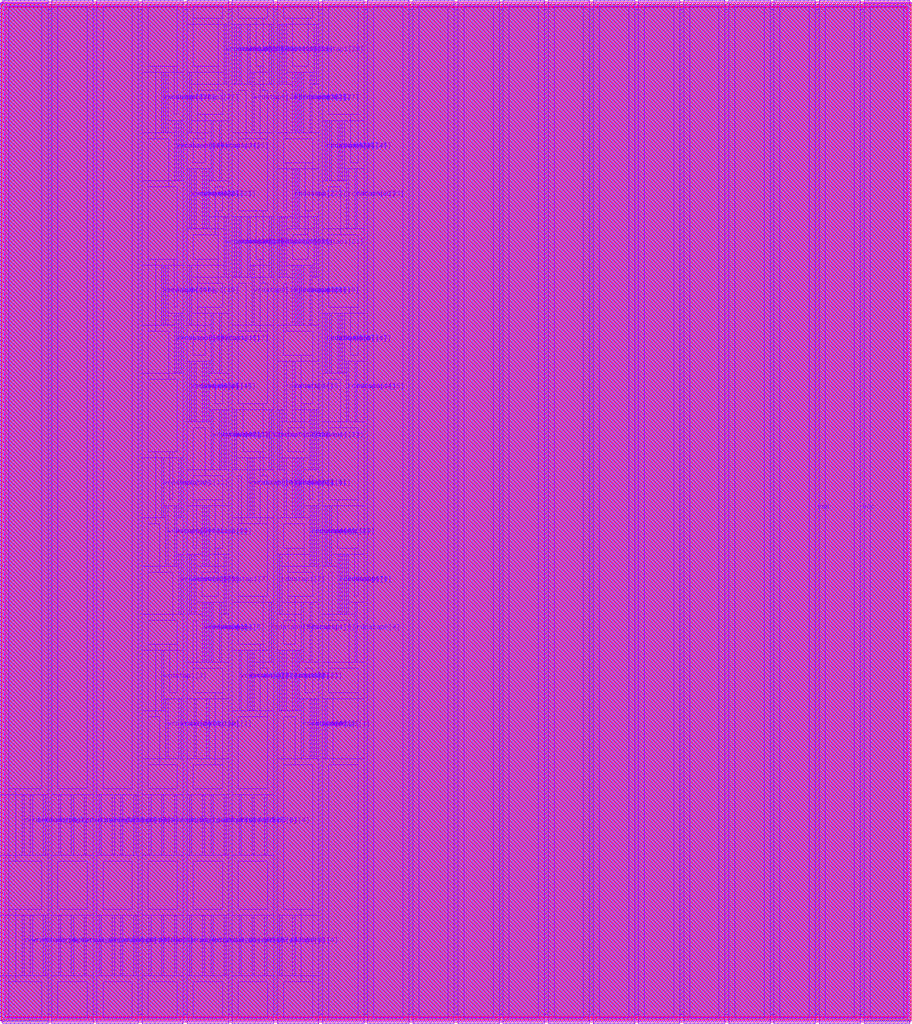
<source format=lef>
VERSION 5.8 ;
BUSBITCHARS "[]" ;
DIVIDERCHAR "/" ;

UNITS
  DATABASE MICRONS 4000 ;
END UNITS

PROPERTYDEFINITIONS
  MACRO hpml_layer STRING ;
  MACRO heml_layer STRING ;
END PROPERTYDEFINITIONS

MACRO arf028b032e2r2w0cbbehraa4acw
  CLASS BLOCK ;
  FOREIGN arf028b032e2r2w0cbbehraa4acw ;
  ORIGIN 0 0 ;
  SIZE 18 BY 20.16 ;
  PIN ckrdp0
    DIRECTION INPUT ;
    USE SIGNAL ;
    PORT
      LAYER m7 ;
        RECT 0.344 3.24 0.388 4.44 ;
    END
  END ckrdp0
  PIN ckrdp1
    DIRECTION INPUT ;
    USE SIGNAL ;
    PORT
      LAYER m7 ;
        RECT 2.872 3.24 2.916 4.44 ;
    END
  END ckrdp1
  PIN ckwrp0
    DIRECTION INPUT ;
    USE SIGNAL ;
    PORT
      LAYER m7 ;
        RECT 0.344 0.84 0.388 2.04 ;
    END
  END ckwrp0
  PIN ckwrp1
    DIRECTION INPUT ;
    USE SIGNAL ;
    PORT
      LAYER m7 ;
        RECT 3.128 0.84 3.172 2.04 ;
    END
  END ckwrp1
  PIN rdaddrp0[0]
    DIRECTION INPUT ;
    USE SIGNAL ;
    PORT
      LAYER m7 ;
        RECT 1.584 3.24 1.628 4.44 ;
    END
  END rdaddrp0[0]
  PIN rdaddrp0[1]
    DIRECTION INPUT ;
    USE SIGNAL ;
    PORT
      LAYER m7 ;
        RECT 1.884 3.24 1.928 4.44 ;
    END
  END rdaddrp0[1]
  PIN rdaddrp0[2]
    DIRECTION INPUT ;
    USE SIGNAL ;
    PORT
      LAYER m7 ;
        RECT 2.144 3.24 2.188 4.44 ;
    END
  END rdaddrp0[2]
  PIN rdaddrp0[3]
    DIRECTION INPUT ;
    USE SIGNAL ;
    PORT
      LAYER m7 ;
        RECT 2.312 3.24 2.356 4.44 ;
    END
  END rdaddrp0[3]
  PIN rdaddrp0[4]
    DIRECTION INPUT ;
    USE SIGNAL ;
    PORT
      LAYER m7 ;
        RECT 2.572 3.24 2.616 4.44 ;
    END
  END rdaddrp0[4]
  PIN rdaddrp0_fd
    DIRECTION INPUT ;
    USE SIGNAL ;
    PORT
      LAYER m7 ;
        RECT 0.512 3.24 0.556 4.44 ;
    END
  END rdaddrp0_fd
  PIN rdaddrp0_rd
    DIRECTION INPUT ;
    USE SIGNAL ;
    PORT
      LAYER m7 ;
        RECT 0.772 3.24 0.816 4.44 ;
    END
  END rdaddrp0_rd
  PIN rdaddrp1[0]
    DIRECTION INPUT ;
    USE SIGNAL ;
    PORT
      LAYER m7 ;
        RECT 4.112 3.24 4.156 4.44 ;
    END
  END rdaddrp1[0]
  PIN rdaddrp1[1]
    DIRECTION INPUT ;
    USE SIGNAL ;
    PORT
      LAYER m7 ;
        RECT 4.372 3.24 4.416 4.44 ;
    END
  END rdaddrp1[1]
  PIN rdaddrp1[2]
    DIRECTION INPUT ;
    USE SIGNAL ;
    PORT
      LAYER m7 ;
        RECT 4.672 3.24 4.716 4.44 ;
    END
  END rdaddrp1[2]
  PIN rdaddrp1[3]
    DIRECTION INPUT ;
    USE SIGNAL ;
    PORT
      LAYER m7 ;
        RECT 4.928 3.24 4.972 4.44 ;
    END
  END rdaddrp1[3]
  PIN rdaddrp1[4]
    DIRECTION INPUT ;
    USE SIGNAL ;
    PORT
      LAYER m7 ;
        RECT 5.184 3.24 5.228 4.44 ;
    END
  END rdaddrp1[4]
  PIN rdaddrp1_fd
    DIRECTION INPUT ;
    USE SIGNAL ;
    PORT
      LAYER m7 ;
        RECT 3.128 3.24 3.172 4.44 ;
    END
  END rdaddrp1_fd
  PIN rdaddrp1_rd
    DIRECTION INPUT ;
    USE SIGNAL ;
    PORT
      LAYER m7 ;
        RECT 3.384 3.24 3.428 4.44 ;
    END
  END rdaddrp1_rd
  PIN rdenp0
    DIRECTION INPUT ;
    USE SIGNAL ;
    PORT
      LAYER m7 ;
        RECT 1.072 3.24 1.116 4.44 ;
    END
  END rdenp0
  PIN rdenp1
    DIRECTION INPUT ;
    USE SIGNAL ;
    PORT
      LAYER m7 ;
        RECT 3.684 3.24 3.728 4.44 ;
    END
  END rdenp1
  PIN sdl_initp0
    DIRECTION INPUT ;
    USE SIGNAL ;
    PORT
      LAYER m7 ;
        RECT 1.328 3.24 1.372 4.44 ;
    END
  END sdl_initp0
  PIN sdl_initp1
    DIRECTION INPUT ;
    USE SIGNAL ;
    PORT
      LAYER m7 ;
        RECT 3.944 3.24 3.988 4.44 ;
    END
  END sdl_initp1
  PIN wraddrp0[0]
    DIRECTION INPUT ;
    USE SIGNAL ;
    PORT
      LAYER m7 ;
        RECT 1.884 0.84 1.928 2.04 ;
    END
  END wraddrp0[0]
  PIN wraddrp0[1]
    DIRECTION INPUT ;
    USE SIGNAL ;
    PORT
      LAYER m7 ;
        RECT 2.144 0.84 2.188 2.04 ;
    END
  END wraddrp0[1]
  PIN wraddrp0[2]
    DIRECTION INPUT ;
    USE SIGNAL ;
    PORT
      LAYER m7 ;
        RECT 2.312 0.84 2.356 2.04 ;
    END
  END wraddrp0[2]
  PIN wraddrp0[3]
    DIRECTION INPUT ;
    USE SIGNAL ;
    PORT
      LAYER m7 ;
        RECT 2.572 0.84 2.616 2.04 ;
    END
  END wraddrp0[3]
  PIN wraddrp0[4]
    DIRECTION INPUT ;
    USE SIGNAL ;
    PORT
      LAYER m7 ;
        RECT 2.872 0.84 2.916 2.04 ;
    END
  END wraddrp0[4]
  PIN wraddrp0_fd
    DIRECTION INPUT ;
    USE SIGNAL ;
    PORT
      LAYER m7 ;
        RECT 0.512 0.84 0.556 2.04 ;
    END
  END wraddrp0_fd
  PIN wraddrp0_rd
    DIRECTION INPUT ;
    USE SIGNAL ;
    PORT
      LAYER m7 ;
        RECT 0.772 0.84 0.816 2.04 ;
    END
  END wraddrp0_rd
  PIN wraddrp1[0]
    DIRECTION INPUT ;
    USE SIGNAL ;
    PORT
      LAYER m7 ;
        RECT 4.672 0.84 4.716 2.04 ;
    END
  END wraddrp1[0]
  PIN wraddrp1[1]
    DIRECTION INPUT ;
    USE SIGNAL ;
    PORT
      LAYER m7 ;
        RECT 4.928 0.84 4.972 2.04 ;
    END
  END wraddrp1[1]
  PIN wraddrp1[2]
    DIRECTION INPUT ;
    USE SIGNAL ;
    PORT
      LAYER m7 ;
        RECT 5.184 0.84 5.228 2.04 ;
    END
  END wraddrp1[2]
  PIN wraddrp1[3]
    DIRECTION INPUT ;
    USE SIGNAL ;
    PORT
      LAYER m7 ;
        RECT 5.484 0.84 5.528 2.04 ;
    END
  END wraddrp1[3]
  PIN wraddrp1[4]
    DIRECTION INPUT ;
    USE SIGNAL ;
    PORT
      LAYER m7 ;
        RECT 5.744 0.84 5.788 2.04 ;
    END
  END wraddrp1[4]
  PIN wraddrp1_fd
    DIRECTION INPUT ;
    USE SIGNAL ;
    PORT
      LAYER m7 ;
        RECT 3.384 0.84 3.428 2.04 ;
    END
  END wraddrp1_fd
  PIN wraddrp1_rd
    DIRECTION INPUT ;
    USE SIGNAL ;
    PORT
      LAYER m7 ;
        RECT 3.684 0.84 3.728 2.04 ;
    END
  END wraddrp1_rd
  PIN wrdatap0[0]
    DIRECTION INPUT ;
    USE SIGNAL ;
    PORT
      LAYER m7 ;
        RECT 3.212 5.16 3.256 6.36 ;
    END
  END wrdatap0[0]
  PIN wrdatap0[10]
    DIRECTION INPUT ;
    USE SIGNAL ;
    PORT
      LAYER m7 ;
        RECT 4.844 9.96 4.888 11.16 ;
    END
  END wrdatap0[10]
  PIN wrdatap0[11]
    DIRECTION INPUT ;
    USE SIGNAL ;
    PORT
      LAYER m7 ;
        RECT 4.928 9.96 4.972 11.16 ;
    END
  END wrdatap0[11]
  PIN wrdatap0[12]
    DIRECTION INPUT ;
    USE SIGNAL ;
    PORT
      LAYER m7 ;
        RECT 4.112 10.92 4.156 12.12 ;
    END
  END wrdatap0[12]
  PIN wrdatap0[13]
    DIRECTION INPUT ;
    USE SIGNAL ;
    PORT
      LAYER m7 ;
        RECT 4.284 10.92 4.328 12.12 ;
    END
  END wrdatap0[13]
  PIN wrdatap0[14]
    DIRECTION INPUT ;
    USE SIGNAL ;
    PORT
      LAYER m7 ;
        RECT 3.684 11.88 3.728 13.08 ;
    END
  END wrdatap0[14]
  PIN wrdatap0[15]
    DIRECTION INPUT ;
    USE SIGNAL ;
    PORT
      LAYER m7 ;
        RECT 3.772 11.88 3.816 13.08 ;
    END
  END wrdatap0[15]
  PIN wrdatap0[16]
    DIRECTION INPUT ;
    USE SIGNAL ;
    PORT
      LAYER m7 ;
        RECT 3.384 12.84 3.428 14.04 ;
    END
  END wrdatap0[16]
  PIN wrdatap0[17]
    DIRECTION INPUT ;
    USE SIGNAL ;
    PORT
      LAYER m7 ;
        RECT 3.472 12.84 3.516 14.04 ;
    END
  END wrdatap0[17]
  PIN wrdatap0[18]
    DIRECTION INPUT ;
    USE SIGNAL ;
    PORT
      LAYER m7 ;
        RECT 4.928 13.8 4.972 15 ;
    END
  END wrdatap0[18]
  PIN wrdatap0[19]
    DIRECTION INPUT ;
    USE SIGNAL ;
    PORT
      LAYER m7 ;
        RECT 3.128 13.8 3.172 15 ;
    END
  END wrdatap0[19]
  PIN wrdatap0[1]
    DIRECTION INPUT ;
    USE SIGNAL ;
    PORT
      LAYER m7 ;
        RECT 3.472 5.16 3.516 6.36 ;
    END
  END wrdatap0[1]
  PIN wrdatap0[20]
    DIRECTION INPUT ;
    USE SIGNAL ;
    PORT
      LAYER m7 ;
        RECT 4.372 14.76 4.416 15.96 ;
    END
  END wrdatap0[20]
  PIN wrdatap0[21]
    DIRECTION INPUT ;
    USE SIGNAL ;
    PORT
      LAYER m7 ;
        RECT 4.584 14.76 4.628 15.96 ;
    END
  END wrdatap0[21]
  PIN wrdatap0[22]
    DIRECTION INPUT ;
    USE SIGNAL ;
    PORT
      LAYER m7 ;
        RECT 3.684 15.72 3.728 16.92 ;
    END
  END wrdatap0[22]
  PIN wrdatap0[23]
    DIRECTION INPUT ;
    USE SIGNAL ;
    PORT
      LAYER m7 ;
        RECT 3.772 15.72 3.816 16.92 ;
    END
  END wrdatap0[23]
  PIN wrdatap0[24]
    DIRECTION INPUT ;
    USE SIGNAL ;
    PORT
      LAYER m7 ;
        RECT 3.384 16.68 3.428 17.88 ;
    END
  END wrdatap0[24]
  PIN wrdatap0[25]
    DIRECTION INPUT ;
    USE SIGNAL ;
    PORT
      LAYER m7 ;
        RECT 3.472 16.68 3.516 17.88 ;
    END
  END wrdatap0[25]
  PIN wrdatap0[26]
    DIRECTION INPUT ;
    USE SIGNAL ;
    PORT
      LAYER m7 ;
        RECT 4.928 17.64 4.972 18.84 ;
    END
  END wrdatap0[26]
  PIN wrdatap0[27]
    DIRECTION INPUT ;
    USE SIGNAL ;
    PORT
      LAYER m7 ;
        RECT 3.128 17.64 3.172 18.84 ;
    END
  END wrdatap0[27]
  PIN wrdatap0[28]
    DIRECTION INPUT ;
    USE SIGNAL ;
    PORT
      LAYER m7 ;
        RECT 4.372 18.6 4.416 19.8 ;
    END
  END wrdatap0[28]
  PIN wrdatap0[29]
    DIRECTION INPUT ;
    USE SIGNAL ;
    PORT
      LAYER m7 ;
        RECT 4.584 18.6 4.628 19.8 ;
    END
  END wrdatap0[29]
  PIN wrdatap0[2]
    DIRECTION INPUT ;
    USE SIGNAL ;
    PORT
      LAYER m7 ;
        RECT 4.672 6.12 4.716 7.32 ;
    END
  END wrdatap0[2]
  PIN wrdatap0[3]
    DIRECTION INPUT ;
    USE SIGNAL ;
    PORT
      LAYER m7 ;
        RECT 4.844 6.12 4.888 7.32 ;
    END
  END wrdatap0[3]
  PIN wrdatap0[4]
    DIRECTION INPUT ;
    USE SIGNAL ;
    PORT
      LAYER m7 ;
        RECT 3.944 7.08 3.988 8.28 ;
    END
  END wrdatap0[4]
  PIN wrdatap0[5]
    DIRECTION INPUT ;
    USE SIGNAL ;
    PORT
      LAYER m7 ;
        RECT 4.028 7.08 4.072 8.28 ;
    END
  END wrdatap0[5]
  PIN wrdatap0[6]
    DIRECTION INPUT ;
    USE SIGNAL ;
    PORT
      LAYER m7 ;
        RECT 3.472 8.04 3.516 9.24 ;
    END
  END wrdatap0[6]
  PIN wrdatap0[7]
    DIRECTION INPUT ;
    USE SIGNAL ;
    PORT
      LAYER m7 ;
        RECT 3.684 8.04 3.728 9.24 ;
    END
  END wrdatap0[7]
  PIN wrdatap0[8]
    DIRECTION INPUT ;
    USE SIGNAL ;
    PORT
      LAYER m7 ;
        RECT 3.212 9 3.256 10.2 ;
    END
  END wrdatap0[8]
  PIN wrdatap0[9]
    DIRECTION INPUT ;
    USE SIGNAL ;
    PORT
      LAYER m7 ;
        RECT 3.384 9 3.428 10.2 ;
    END
  END wrdatap0[9]
  PIN wrdatap0_fd
    DIRECTION INPUT ;
    USE SIGNAL ;
    PORT
      LAYER m7 ;
        RECT 1.328 0.84 1.372 2.04 ;
    END
  END wrdatap0_fd
  PIN wrdatap0_rd
    DIRECTION INPUT ;
    USE SIGNAL ;
    PORT
      LAYER m7 ;
        RECT 1.584 0.84 1.628 2.04 ;
    END
  END wrdatap0_rd
  PIN wrdatap1[0]
    DIRECTION INPUT ;
    USE SIGNAL ;
    PORT
      LAYER m7 ;
        RECT 3.772 5.16 3.816 6.36 ;
    END
  END wrdatap1[0]
  PIN wrdatap1[10]
    DIRECTION INPUT ;
    USE SIGNAL ;
    PORT
      LAYER m7 ;
        RECT 3.128 9.96 3.172 11.16 ;
    END
  END wrdatap1[10]
  PIN wrdatap1[11]
    DIRECTION INPUT ;
    USE SIGNAL ;
    PORT
      LAYER m7 ;
        RECT 3.472 9.96 3.516 11.16 ;
    END
  END wrdatap1[11]
  PIN wrdatap1[12]
    DIRECTION INPUT ;
    USE SIGNAL ;
    PORT
      LAYER m7 ;
        RECT 4.372 10.92 4.416 12.12 ;
    END
  END wrdatap1[12]
  PIN wrdatap1[13]
    DIRECTION INPUT ;
    USE SIGNAL ;
    PORT
      LAYER m7 ;
        RECT 4.584 10.92 4.628 12.12 ;
    END
  END wrdatap1[13]
  PIN wrdatap1[14]
    DIRECTION INPUT ;
    USE SIGNAL ;
    PORT
      LAYER m7 ;
        RECT 3.944 11.88 3.988 13.08 ;
    END
  END wrdatap1[14]
  PIN wrdatap1[15]
    DIRECTION INPUT ;
    USE SIGNAL ;
    PORT
      LAYER m7 ;
        RECT 4.028 11.88 4.072 13.08 ;
    END
  END wrdatap1[15]
  PIN wrdatap1[16]
    DIRECTION INPUT ;
    USE SIGNAL ;
    PORT
      LAYER m7 ;
        RECT 4.112 12.84 4.156 14.04 ;
    END
  END wrdatap1[16]
  PIN wrdatap1[17]
    DIRECTION INPUT ;
    USE SIGNAL ;
    PORT
      LAYER m7 ;
        RECT 4.284 12.84 4.328 14.04 ;
    END
  END wrdatap1[17]
  PIN wrdatap1[18]
    DIRECTION INPUT ;
    USE SIGNAL ;
    PORT
      LAYER m7 ;
        RECT 3.212 13.8 3.256 15 ;
    END
  END wrdatap1[18]
  PIN wrdatap1[19]
    DIRECTION INPUT ;
    USE SIGNAL ;
    PORT
      LAYER m7 ;
        RECT 3.684 13.8 3.728 15 ;
    END
  END wrdatap1[19]
  PIN wrdatap1[1]
    DIRECTION INPUT ;
    USE SIGNAL ;
    PORT
      LAYER m7 ;
        RECT 4.028 5.16 4.072 6.36 ;
    END
  END wrdatap1[1]
  PIN wrdatap1[20]
    DIRECTION INPUT ;
    USE SIGNAL ;
    PORT
      LAYER m7 ;
        RECT 4.672 14.76 4.716 15.96 ;
    END
  END wrdatap1[20]
  PIN wrdatap1[21]
    DIRECTION INPUT ;
    USE SIGNAL ;
    PORT
      LAYER m7 ;
        RECT 4.844 14.76 4.888 15.96 ;
    END
  END wrdatap1[21]
  PIN wrdatap1[22]
    DIRECTION INPUT ;
    USE SIGNAL ;
    PORT
      LAYER m7 ;
        RECT 3.944 15.72 3.988 16.92 ;
    END
  END wrdatap1[22]
  PIN wrdatap1[23]
    DIRECTION INPUT ;
    USE SIGNAL ;
    PORT
      LAYER m7 ;
        RECT 4.028 15.72 4.072 16.92 ;
    END
  END wrdatap1[23]
  PIN wrdatap1[24]
    DIRECTION INPUT ;
    USE SIGNAL ;
    PORT
      LAYER m7 ;
        RECT 4.112 16.68 4.156 17.88 ;
    END
  END wrdatap1[24]
  PIN wrdatap1[25]
    DIRECTION INPUT ;
    USE SIGNAL ;
    PORT
      LAYER m7 ;
        RECT 4.284 16.68 4.328 17.88 ;
    END
  END wrdatap1[25]
  PIN wrdatap1[26]
    DIRECTION INPUT ;
    USE SIGNAL ;
    PORT
      LAYER m7 ;
        RECT 3.212 17.64 3.256 18.84 ;
    END
  END wrdatap1[26]
  PIN wrdatap1[27]
    DIRECTION INPUT ;
    USE SIGNAL ;
    PORT
      LAYER m7 ;
        RECT 3.684 17.64 3.728 18.84 ;
    END
  END wrdatap1[27]
  PIN wrdatap1[28]
    DIRECTION INPUT ;
    USE SIGNAL ;
    PORT
      LAYER m7 ;
        RECT 4.672 18.6 4.716 19.8 ;
    END
  END wrdatap1[28]
  PIN wrdatap1[29]
    DIRECTION INPUT ;
    USE SIGNAL ;
    PORT
      LAYER m7 ;
        RECT 4.844 18.6 4.888 19.8 ;
    END
  END wrdatap1[29]
  PIN wrdatap1[2]
    DIRECTION INPUT ;
    USE SIGNAL ;
    PORT
      LAYER m7 ;
        RECT 4.928 6.12 4.972 7.32 ;
    END
  END wrdatap1[2]
  PIN wrdatap1[3]
    DIRECTION INPUT ;
    USE SIGNAL ;
    PORT
      LAYER m7 ;
        RECT 3.128 6.12 3.172 7.32 ;
    END
  END wrdatap1[3]
  PIN wrdatap1[4]
    DIRECTION INPUT ;
    USE SIGNAL ;
    PORT
      LAYER m7 ;
        RECT 4.112 7.08 4.156 8.28 ;
    END
  END wrdatap1[4]
  PIN wrdatap1[5]
    DIRECTION INPUT ;
    USE SIGNAL ;
    PORT
      LAYER m7 ;
        RECT 4.284 7.08 4.328 8.28 ;
    END
  END wrdatap1[5]
  PIN wrdatap1[6]
    DIRECTION INPUT ;
    USE SIGNAL ;
    PORT
      LAYER m7 ;
        RECT 3.772 8.04 3.816 9.24 ;
    END
  END wrdatap1[6]
  PIN wrdatap1[7]
    DIRECTION INPUT ;
    USE SIGNAL ;
    PORT
      LAYER m7 ;
        RECT 4.372 8.04 4.416 9.24 ;
    END
  END wrdatap1[7]
  PIN wrdatap1[8]
    DIRECTION INPUT ;
    USE SIGNAL ;
    PORT
      LAYER m7 ;
        RECT 3.944 9 3.988 10.2 ;
    END
  END wrdatap1[8]
  PIN wrdatap1[9]
    DIRECTION INPUT ;
    USE SIGNAL ;
    PORT
      LAYER m7 ;
        RECT 4.028 9 4.072 10.2 ;
    END
  END wrdatap1[9]
  PIN wrdatap1_fd
    DIRECTION INPUT ;
    USE SIGNAL ;
    PORT
      LAYER m7 ;
        RECT 4.112 0.84 4.156 2.04 ;
    END
  END wrdatap1_fd
  PIN wrdatap1_rd
    DIRECTION INPUT ;
    USE SIGNAL ;
    PORT
      LAYER m7 ;
        RECT 4.372 0.84 4.416 2.04 ;
    END
  END wrdatap1_rd
  PIN wrenp0
    DIRECTION INPUT ;
    USE SIGNAL ;
    PORT
      LAYER m7 ;
        RECT 1.072 0.84 1.116 2.04 ;
    END
  END wrenp0
  PIN wrenp1
    DIRECTION INPUT ;
    USE SIGNAL ;
    PORT
      LAYER m7 ;
        RECT 3.944 0.84 3.988 2.04 ;
    END
  END wrenp1
  PIN rddatap0[0]
    DIRECTION OUTPUT ;
    USE SIGNAL ;
    PORT
      LAYER m7 ;
        RECT 5.912 5.16 5.956 6.36 ;
    END
  END rddatap0[0]
  PIN rddatap0[10]
    DIRECTION OUTPUT ;
    USE SIGNAL ;
    PORT
      LAYER m7 ;
        RECT 5.572 9.96 5.616 11.16 ;
    END
  END rddatap0[10]
  PIN rddatap0[11]
    DIRECTION OUTPUT ;
    USE SIGNAL ;
    PORT
      LAYER m7 ;
        RECT 5.744 9.96 5.788 11.16 ;
    END
  END rddatap0[11]
  PIN rddatap0[12]
    DIRECTION OUTPUT ;
    USE SIGNAL ;
    PORT
      LAYER m7 ;
        RECT 5.272 10.92 5.316 12.12 ;
    END
  END rddatap0[12]
  PIN rddatap0[13]
    DIRECTION OUTPUT ;
    USE SIGNAL ;
    PORT
      LAYER m7 ;
        RECT 5.484 10.92 5.528 12.12 ;
    END
  END rddatap0[13]
  PIN rddatap0[14]
    DIRECTION OUTPUT ;
    USE SIGNAL ;
    PORT
      LAYER m7 ;
        RECT 6.812 11.88 6.856 13.08 ;
    END
  END rddatap0[14]
  PIN rddatap0[15]
    DIRECTION OUTPUT ;
    USE SIGNAL ;
    PORT
      LAYER m7 ;
        RECT 6.984 11.88 7.028 13.08 ;
    END
  END rddatap0[15]
  PIN rddatap0[16]
    DIRECTION OUTPUT ;
    USE SIGNAL ;
    PORT
      LAYER m7 ;
        RECT 6.384 12.84 6.428 14.04 ;
    END
  END rddatap0[16]
  PIN rddatap0[17]
    DIRECTION OUTPUT ;
    USE SIGNAL ;
    PORT
      LAYER m7 ;
        RECT 6.472 12.84 6.516 14.04 ;
    END
  END rddatap0[17]
  PIN rddatap0[18]
    DIRECTION OUTPUT ;
    USE SIGNAL ;
    PORT
      LAYER m7 ;
        RECT 5.744 13.8 5.788 15 ;
    END
  END rddatap0[18]
  PIN rddatap0[19]
    DIRECTION OUTPUT ;
    USE SIGNAL ;
    PORT
      LAYER m7 ;
        RECT 5.828 13.8 5.872 15 ;
    END
  END rddatap0[19]
  PIN rddatap0[1]
    DIRECTION OUTPUT ;
    USE SIGNAL ;
    PORT
      LAYER m7 ;
        RECT 6.084 5.16 6.128 6.36 ;
    END
  END rddatap0[1]
  PIN rddatap0[20]
    DIRECTION OUTPUT ;
    USE SIGNAL ;
    PORT
      LAYER m7 ;
        RECT 5.272 14.76 5.316 15.96 ;
    END
  END rddatap0[20]
  PIN rddatap0[21]
    DIRECTION OUTPUT ;
    USE SIGNAL ;
    PORT
      LAYER m7 ;
        RECT 5.484 14.76 5.528 15.96 ;
    END
  END rddatap0[21]
  PIN rddatap0[22]
    DIRECTION OUTPUT ;
    USE SIGNAL ;
    PORT
      LAYER m7 ;
        RECT 6.812 15.72 6.856 16.92 ;
    END
  END rddatap0[22]
  PIN rddatap0[23]
    DIRECTION OUTPUT ;
    USE SIGNAL ;
    PORT
      LAYER m7 ;
        RECT 6.984 15.72 7.028 16.92 ;
    END
  END rddatap0[23]
  PIN rddatap0[24]
    DIRECTION OUTPUT ;
    USE SIGNAL ;
    PORT
      LAYER m7 ;
        RECT 6.384 16.68 6.428 17.88 ;
    END
  END rddatap0[24]
  PIN rddatap0[25]
    DIRECTION OUTPUT ;
    USE SIGNAL ;
    PORT
      LAYER m7 ;
        RECT 6.472 16.68 6.516 17.88 ;
    END
  END rddatap0[25]
  PIN rddatap0[26]
    DIRECTION OUTPUT ;
    USE SIGNAL ;
    PORT
      LAYER m7 ;
        RECT 5.744 17.64 5.788 18.84 ;
    END
  END rddatap0[26]
  PIN rddatap0[27]
    DIRECTION OUTPUT ;
    USE SIGNAL ;
    PORT
      LAYER m7 ;
        RECT 5.828 17.64 5.872 18.84 ;
    END
  END rddatap0[27]
  PIN rddatap0[28]
    DIRECTION OUTPUT ;
    USE SIGNAL ;
    PORT
      LAYER m7 ;
        RECT 5.272 18.6 5.316 19.8 ;
    END
  END rddatap0[28]
  PIN rddatap0[29]
    DIRECTION OUTPUT ;
    USE SIGNAL ;
    PORT
      LAYER m7 ;
        RECT 5.484 18.6 5.528 19.8 ;
    END
  END rddatap0[29]
  PIN rddatap0[2]
    DIRECTION OUTPUT ;
    USE SIGNAL ;
    PORT
      LAYER m7 ;
        RECT 5.484 6.12 5.528 7.32 ;
    END
  END rddatap0[2]
  PIN rddatap0[3]
    DIRECTION OUTPUT ;
    USE SIGNAL ;
    PORT
      LAYER m7 ;
        RECT 5.572 6.12 5.616 7.32 ;
    END
  END rddatap0[3]
  PIN rddatap0[4]
    DIRECTION OUTPUT ;
    USE SIGNAL ;
    PORT
      LAYER m7 ;
        RECT 6.984 7.08 7.028 8.28 ;
    END
  END rddatap0[4]
  PIN rddatap0[5]
    DIRECTION OUTPUT ;
    USE SIGNAL ;
    PORT
      LAYER m7 ;
        RECT 5.272 7.08 5.316 8.28 ;
    END
  END rddatap0[5]
  PIN rddatap0[6]
    DIRECTION OUTPUT ;
    USE SIGNAL ;
    PORT
      LAYER m7 ;
        RECT 6.644 8.04 6.688 9.24 ;
    END
  END rddatap0[6]
  PIN rddatap0[7]
    DIRECTION OUTPUT ;
    USE SIGNAL ;
    PORT
      LAYER m7 ;
        RECT 6.728 8.04 6.772 9.24 ;
    END
  END rddatap0[7]
  PIN rddatap0[8]
    DIRECTION OUTPUT ;
    USE SIGNAL ;
    PORT
      LAYER m7 ;
        RECT 6.084 9 6.128 10.2 ;
    END
  END rddatap0[8]
  PIN rddatap0[9]
    DIRECTION OUTPUT ;
    USE SIGNAL ;
    PORT
      LAYER m7 ;
        RECT 6.172 9 6.216 10.2 ;
    END
  END rddatap0[9]
  PIN rddatap1[0]
    DIRECTION OUTPUT ;
    USE SIGNAL ;
    PORT
      LAYER m7 ;
        RECT 6.172 5.16 6.216 6.36 ;
    END
  END rddatap1[0]
  PIN rddatap1[10]
    DIRECTION OUTPUT ;
    USE SIGNAL ;
    PORT
      LAYER m7 ;
        RECT 5.828 9.96 5.872 11.16 ;
    END
  END rddatap1[10]
  PIN rddatap1[11]
    DIRECTION OUTPUT ;
    USE SIGNAL ;
    PORT
      LAYER m7 ;
        RECT 5.912 9.96 5.956 11.16 ;
    END
  END rddatap1[11]
  PIN rddatap1[12]
    DIRECTION OUTPUT ;
    USE SIGNAL ;
    PORT
      LAYER m7 ;
        RECT 6.084 10.92 6.128 12.12 ;
    END
  END rddatap1[12]
  PIN rddatap1[13]
    DIRECTION OUTPUT ;
    USE SIGNAL ;
    PORT
      LAYER m7 ;
        RECT 6.172 10.92 6.216 12.12 ;
    END
  END rddatap1[13]
  PIN rddatap1[14]
    DIRECTION OUTPUT ;
    USE SIGNAL ;
    PORT
      LAYER m7 ;
        RECT 5.572 11.88 5.616 13.08 ;
    END
  END rddatap1[14]
  PIN rddatap1[15]
    DIRECTION OUTPUT ;
    USE SIGNAL ;
    PORT
      LAYER m7 ;
        RECT 5.744 11.88 5.788 13.08 ;
    END
  END rddatap1[15]
  PIN rddatap1[16]
    DIRECTION OUTPUT ;
    USE SIGNAL ;
    PORT
      LAYER m7 ;
        RECT 6.644 12.84 6.688 14.04 ;
    END
  END rddatap1[16]
  PIN rddatap1[17]
    DIRECTION OUTPUT ;
    USE SIGNAL ;
    PORT
      LAYER m7 ;
        RECT 6.728 12.84 6.772 14.04 ;
    END
  END rddatap1[17]
  PIN rddatap1[18]
    DIRECTION OUTPUT ;
    USE SIGNAL ;
    PORT
      LAYER m7 ;
        RECT 5.912 13.8 5.956 15 ;
    END
  END rddatap1[18]
  PIN rddatap1[19]
    DIRECTION OUTPUT ;
    USE SIGNAL ;
    PORT
      LAYER m7 ;
        RECT 6.084 13.8 6.128 15 ;
    END
  END rddatap1[19]
  PIN rddatap1[1]
    DIRECTION OUTPUT ;
    USE SIGNAL ;
    PORT
      LAYER m7 ;
        RECT 6.384 5.16 6.428 6.36 ;
    END
  END rddatap1[1]
  PIN rddatap1[20]
    DIRECTION OUTPUT ;
    USE SIGNAL ;
    PORT
      LAYER m7 ;
        RECT 5.572 14.76 5.616 15.96 ;
    END
  END rddatap1[20]
  PIN rddatap1[21]
    DIRECTION OUTPUT ;
    USE SIGNAL ;
    PORT
      LAYER m7 ;
        RECT 6.172 14.76 6.216 15.96 ;
    END
  END rddatap1[21]
  PIN rddatap1[22]
    DIRECTION OUTPUT ;
    USE SIGNAL ;
    PORT
      LAYER m7 ;
        RECT 5.744 15.72 5.788 16.92 ;
    END
  END rddatap1[22]
  PIN rddatap1[23]
    DIRECTION OUTPUT ;
    USE SIGNAL ;
    PORT
      LAYER m7 ;
        RECT 5.828 15.72 5.872 16.92 ;
    END
  END rddatap1[23]
  PIN rddatap1[24]
    DIRECTION OUTPUT ;
    USE SIGNAL ;
    PORT
      LAYER m7 ;
        RECT 6.644 16.68 6.688 17.88 ;
    END
  END rddatap1[24]
  PIN rddatap1[25]
    DIRECTION OUTPUT ;
    USE SIGNAL ;
    PORT
      LAYER m7 ;
        RECT 6.728 16.68 6.772 17.88 ;
    END
  END rddatap1[25]
  PIN rddatap1[26]
    DIRECTION OUTPUT ;
    USE SIGNAL ;
    PORT
      LAYER m7 ;
        RECT 5.912 17.64 5.956 18.84 ;
    END
  END rddatap1[26]
  PIN rddatap1[27]
    DIRECTION OUTPUT ;
    USE SIGNAL ;
    PORT
      LAYER m7 ;
        RECT 6.084 17.64 6.128 18.84 ;
    END
  END rddatap1[27]
  PIN rddatap1[28]
    DIRECTION OUTPUT ;
    USE SIGNAL ;
    PORT
      LAYER m7 ;
        RECT 5.572 18.6 5.616 19.8 ;
    END
  END rddatap1[28]
  PIN rddatap1[29]
    DIRECTION OUTPUT ;
    USE SIGNAL ;
    PORT
      LAYER m7 ;
        RECT 6.172 18.6 6.216 19.8 ;
    END
  END rddatap1[29]
  PIN rddatap1[2]
    DIRECTION OUTPUT ;
    USE SIGNAL ;
    PORT
      LAYER m7 ;
        RECT 5.744 6.12 5.788 7.32 ;
    END
  END rddatap1[2]
  PIN rddatap1[3]
    DIRECTION OUTPUT ;
    USE SIGNAL ;
    PORT
      LAYER m7 ;
        RECT 5.828 6.12 5.872 7.32 ;
    END
  END rddatap1[3]
  PIN rddatap1[4]
    DIRECTION OUTPUT ;
    USE SIGNAL ;
    PORT
      LAYER m7 ;
        RECT 5.912 7.08 5.956 8.28 ;
    END
  END rddatap1[4]
  PIN rddatap1[5]
    DIRECTION OUTPUT ;
    USE SIGNAL ;
    PORT
      LAYER m7 ;
        RECT 6.084 7.08 6.128 8.28 ;
    END
  END rddatap1[5]
  PIN rddatap1[6]
    DIRECTION OUTPUT ;
    USE SIGNAL ;
    PORT
      LAYER m7 ;
        RECT 6.812 8.04 6.856 9.24 ;
    END
  END rddatap1[6]
  PIN rddatap1[7]
    DIRECTION OUTPUT ;
    USE SIGNAL ;
    PORT
      LAYER m7 ;
        RECT 5.484 8.04 5.528 9.24 ;
    END
  END rddatap1[7]
  PIN rddatap1[8]
    DIRECTION OUTPUT ;
    USE SIGNAL ;
    PORT
      LAYER m7 ;
        RECT 6.384 9 6.428 10.2 ;
    END
  END rddatap1[8]
  PIN rddatap1[9]
    DIRECTION OUTPUT ;
    USE SIGNAL ;
    PORT
      LAYER m7 ;
        RECT 6.472 9 6.516 10.2 ;
    END
  END rddatap1[9]
  PIN vcc
    DIRECTION INPUT ;
    USE POWER ;
    PORT
      LAYER m7 ;
        RECT 0.862 0.06 0.938 20.1 ;
        RECT 2.662 0.06 2.738 20.1 ;
        RECT 4.462 0.06 4.538 20.1 ;
        RECT 6.262 0.06 6.338 20.1 ;
        RECT 8.062 0.06 8.138 20.1 ;
        RECT 9.862 0.06 9.938 20.1 ;
        RECT 11.662 0.06 11.738 20.1 ;
        RECT 13.462 0.06 13.538 20.1 ;
        RECT 15.262 0.06 15.338 20.1 ;
        RECT 17.062 0.06 17.138 20.1 ;
    END
  END vcc
  PIN vss
    DIRECTION INOUT ;
    USE GROUND ;
    PORT
      LAYER m7 ;
        RECT 1.762 0.06 1.838 20.1 ;
        RECT 3.562 0.06 3.638 20.1 ;
        RECT 5.362 0.06 5.438 20.1 ;
        RECT 7.162 0.06 7.238 20.1 ;
        RECT 8.962 0.06 9.038 20.1 ;
        RECT 10.762 0.06 10.838 20.1 ;
        RECT 12.562 0.06 12.638 20.1 ;
        RECT 14.362 0.06 14.438 20.1 ;
        RECT 16.162 0.06 16.238 20.1 ;
    END
  END vss
  OBS
    LAYER m0 SPACING 0 ;
      RECT -0.016 -0.014 18.016 20.174 ;
    LAYER m1 SPACING 0 ;
      RECT -0.02 -0.02 18.02 20.18 ;
    LAYER m2 SPACING 0 ;
      RECT -0.0705 -0.038 18.0705 20.198 ;
    LAYER m3 SPACING 0 ;
      RECT -0.035 -0.07 18.035 20.23 ;
    LAYER m4 SPACING 0 ;
      RECT -0.07 -0.038 18.07 20.198 ;
    LAYER m5 SPACING 0 ;
      RECT -0.059 -0.09 18.059 20.25 ;
    LAYER m6 SPACING 0 ;
      RECT -0.09 -0.062 18.09 20.222 ;
    LAYER m7 SPACING 0 ;
      RECT 17.138 20.22 18.04 20.28 ;
      RECT 17.138 -0.06 18.092 20.22 ;
      RECT 17.138 -0.12 18.04 -0.06 ;
      RECT 16.238 -0.12 17.062 20.28 ;
      RECT 15.338 -0.12 16.162 20.28 ;
      RECT 14.438 -0.12 15.262 20.28 ;
      RECT 13.538 -0.12 14.362 20.28 ;
      RECT 12.638 -0.12 13.462 20.28 ;
      RECT 11.738 -0.12 12.562 20.28 ;
      RECT 10.838 -0.12 11.662 20.28 ;
      RECT 9.938 -0.12 10.762 20.28 ;
      RECT 9.038 -0.12 9.862 20.28 ;
      RECT 8.138 -0.12 8.962 20.28 ;
      RECT 7.238 -0.12 8.062 20.28 ;
      RECT 6.338 17.88 7.162 20.28 ;
      RECT 6.772 16.92 7.162 17.88 ;
      RECT 6.338 16.68 6.384 17.88 ;
      RECT 6.428 16.68 6.472 17.88 ;
      RECT 6.516 16.68 6.644 17.88 ;
      RECT 6.688 16.68 6.728 17.88 ;
      RECT 6.772 16.68 6.812 16.92 ;
      RECT 6.856 15.72 6.984 16.92 ;
      RECT 7.028 15.72 7.162 16.92 ;
      RECT 6.338 15.72 6.812 16.68 ;
      RECT 6.338 14.04 7.162 15.72 ;
      RECT 6.772 13.08 7.162 14.04 ;
      RECT 6.338 12.84 6.384 14.04 ;
      RECT 6.428 12.84 6.472 14.04 ;
      RECT 6.516 12.84 6.644 14.04 ;
      RECT 6.688 12.84 6.728 14.04 ;
      RECT 6.772 12.84 6.812 13.08 ;
      RECT 6.856 11.88 6.984 13.08 ;
      RECT 7.028 11.88 7.162 13.08 ;
      RECT 6.338 11.88 6.812 12.84 ;
      RECT 6.338 10.2 7.162 11.88 ;
      RECT 6.516 9.24 7.162 10.2 ;
      RECT 6.338 9 6.384 10.2 ;
      RECT 6.428 9 6.472 10.2 ;
      RECT 6.516 9 6.644 9.24 ;
      RECT 6.856 8.28 7.162 9.24 ;
      RECT 6.688 8.04 6.728 9.24 ;
      RECT 6.772 8.04 6.812 9.24 ;
      RECT 6.338 8.04 6.644 9 ;
      RECT 6.856 8.04 6.984 8.28 ;
      RECT 7.028 7.08 7.162 8.28 ;
      RECT 6.338 7.08 6.984 8.04 ;
      RECT 6.338 6.36 7.162 7.08 ;
      RECT 6.338 5.16 6.384 6.36 ;
      RECT 6.428 5.16 7.162 6.36 ;
      RECT 6.338 -0.12 7.162 5.16 ;
      RECT 5.438 19.8 6.262 20.28 ;
      RECT 5.616 18.84 6.172 19.8 ;
      RECT 5.438 18.6 5.484 19.8 ;
      RECT 5.528 18.6 5.572 19.8 ;
      RECT 6.216 18.6 6.262 19.8 ;
      RECT 5.616 18.6 5.744 18.84 ;
      RECT 6.128 18.6 6.172 18.84 ;
      RECT 5.788 17.64 5.828 18.84 ;
      RECT 5.872 17.64 5.912 18.84 ;
      RECT 5.956 17.64 6.084 18.84 ;
      RECT 5.438 17.64 5.744 18.6 ;
      RECT 6.128 17.64 6.262 18.6 ;
      RECT 5.438 16.92 6.262 17.64 ;
      RECT 5.438 15.96 5.744 16.92 ;
      RECT 5.872 15.96 6.262 16.92 ;
      RECT 5.788 15.72 5.828 16.92 ;
      RECT 5.616 15.72 5.744 15.96 ;
      RECT 5.872 15.72 6.172 15.96 ;
      RECT 5.616 15 6.172 15.72 ;
      RECT 5.438 14.76 5.484 15.96 ;
      RECT 5.528 14.76 5.572 15.96 ;
      RECT 6.216 14.76 6.262 15.96 ;
      RECT 5.616 14.76 5.744 15 ;
      RECT 6.128 14.76 6.172 15 ;
      RECT 5.788 13.8 5.828 15 ;
      RECT 5.872 13.8 5.912 15 ;
      RECT 5.956 13.8 6.084 15 ;
      RECT 5.438 13.8 5.744 14.76 ;
      RECT 6.128 13.8 6.262 14.76 ;
      RECT 5.438 13.08 6.262 13.8 ;
      RECT 5.438 12.12 5.572 13.08 ;
      RECT 5.788 12.12 6.262 13.08 ;
      RECT 5.616 11.88 5.744 13.08 ;
      RECT 5.528 11.88 5.572 12.12 ;
      RECT 5.788 11.88 6.084 12.12 ;
      RECT 5.528 11.16 6.084 11.88 ;
      RECT 5.438 10.92 5.484 12.12 ;
      RECT 6.128 10.92 6.172 12.12 ;
      RECT 6.216 10.92 6.262 12.12 ;
      RECT 5.528 10.92 5.572 11.16 ;
      RECT 5.956 10.92 6.084 11.16 ;
      RECT 5.956 10.2 6.262 10.92 ;
      RECT 5.616 9.96 5.744 11.16 ;
      RECT 5.788 9.96 5.828 11.16 ;
      RECT 5.872 9.96 5.912 11.16 ;
      RECT 5.438 9.96 5.572 10.92 ;
      RECT 5.956 9.96 6.084 10.2 ;
      RECT 5.438 9.24 6.084 9.96 ;
      RECT 6.128 9 6.172 10.2 ;
      RECT 6.216 9 6.262 10.2 ;
      RECT 5.528 9 6.084 9.24 ;
      RECT 5.528 8.28 6.262 9 ;
      RECT 5.438 8.04 5.484 9.24 ;
      RECT 5.528 8.04 5.912 8.28 ;
      RECT 5.438 7.32 5.912 8.04 ;
      RECT 5.956 7.08 6.084 8.28 ;
      RECT 6.128 7.08 6.262 8.28 ;
      RECT 5.872 7.08 5.912 7.32 ;
      RECT 5.872 6.36 6.262 7.08 ;
      RECT 5.438 6.12 5.484 7.32 ;
      RECT 5.528 6.12 5.572 7.32 ;
      RECT 5.616 6.12 5.744 7.32 ;
      RECT 5.788 6.12 5.828 7.32 ;
      RECT 5.872 6.12 5.912 6.36 ;
      RECT 5.956 5.16 6.084 6.36 ;
      RECT 6.128 5.16 6.172 6.36 ;
      RECT 6.216 5.16 6.262 6.36 ;
      RECT 5.438 5.16 5.912 6.12 ;
      RECT 5.438 2.04 6.262 5.16 ;
      RECT 5.438 0.84 5.484 2.04 ;
      RECT 5.528 0.84 5.744 2.04 ;
      RECT 5.788 0.84 6.262 2.04 ;
      RECT 5.438 -0.12 6.262 0.84 ;
      RECT 4.538 19.8 5.362 20.28 ;
      RECT 4.888 18.84 5.272 19.8 ;
      RECT 4.538 18.6 4.584 19.8 ;
      RECT 4.628 18.6 4.672 19.8 ;
      RECT 4.716 18.6 4.844 19.8 ;
      RECT 5.316 18.6 5.362 19.8 ;
      RECT 4.888 18.6 4.928 18.84 ;
      RECT 4.972 18.6 5.272 18.84 ;
      RECT 4.538 17.64 4.928 18.6 ;
      RECT 4.972 17.64 5.362 18.6 ;
      RECT 4.538 15.96 5.362 17.64 ;
      RECT 4.888 15 5.272 15.96 ;
      RECT 4.538 14.76 4.584 15.96 ;
      RECT 4.628 14.76 4.672 15.96 ;
      RECT 4.716 14.76 4.844 15.96 ;
      RECT 5.316 14.76 5.362 15.96 ;
      RECT 4.888 14.76 4.928 15 ;
      RECT 4.972 14.76 5.272 15 ;
      RECT 4.538 13.8 4.928 14.76 ;
      RECT 4.972 13.8 5.362 14.76 ;
      RECT 4.538 12.12 5.362 13.8 ;
      RECT 4.628 11.16 5.272 12.12 ;
      RECT 4.538 10.92 4.584 12.12 ;
      RECT 5.316 10.92 5.362 12.12 ;
      RECT 4.628 10.92 4.844 11.16 ;
      RECT 4.972 10.92 5.272 11.16 ;
      RECT 4.888 9.96 4.928 11.16 ;
      RECT 4.538 9.96 4.844 10.92 ;
      RECT 4.972 9.96 5.362 10.92 ;
      RECT 4.538 8.28 5.362 9.96 ;
      RECT 4.538 7.32 5.272 8.28 ;
      RECT 5.316 7.08 5.362 8.28 ;
      RECT 4.972 7.08 5.272 7.32 ;
      RECT 4.538 6.12 4.672 7.32 ;
      RECT 4.716 6.12 4.844 7.32 ;
      RECT 4.888 6.12 4.928 7.32 ;
      RECT 4.972 6.12 5.362 7.08 ;
      RECT 4.538 4.44 5.362 6.12 ;
      RECT 4.538 3.24 4.672 4.44 ;
      RECT 4.716 3.24 4.928 4.44 ;
      RECT 4.972 3.24 5.184 4.44 ;
      RECT 5.228 3.24 5.362 4.44 ;
      RECT 4.538 2.04 5.362 3.24 ;
      RECT 4.538 0.84 4.672 2.04 ;
      RECT 4.716 0.84 4.928 2.04 ;
      RECT 4.972 0.84 5.184 2.04 ;
      RECT 5.228 0.84 5.362 2.04 ;
      RECT 4.538 -0.12 5.362 0.84 ;
      RECT 3.638 19.8 4.462 20.28 ;
      RECT 3.638 18.84 4.372 19.8 ;
      RECT 4.416 18.6 4.462 19.8 ;
      RECT 3.728 18.6 4.372 18.84 ;
      RECT 3.728 17.88 4.462 18.6 ;
      RECT 3.638 17.64 3.684 18.84 ;
      RECT 3.728 17.64 4.112 17.88 ;
      RECT 3.638 16.92 4.112 17.64 ;
      RECT 4.156 16.68 4.284 17.88 ;
      RECT 4.328 16.68 4.462 17.88 ;
      RECT 4.072 16.68 4.112 16.92 ;
      RECT 4.072 15.96 4.462 16.68 ;
      RECT 3.638 15.72 3.684 16.92 ;
      RECT 3.728 15.72 3.772 16.92 ;
      RECT 3.816 15.72 3.944 16.92 ;
      RECT 3.988 15.72 4.028 16.92 ;
      RECT 4.072 15.72 4.372 15.96 ;
      RECT 3.638 15 4.372 15.72 ;
      RECT 4.416 14.76 4.462 15.96 ;
      RECT 3.728 14.76 4.372 15 ;
      RECT 3.728 14.04 4.462 14.76 ;
      RECT 3.638 13.8 3.684 15 ;
      RECT 3.728 13.8 4.112 14.04 ;
      RECT 3.638 13.08 4.112 13.8 ;
      RECT 4.156 12.84 4.284 14.04 ;
      RECT 4.328 12.84 4.462 14.04 ;
      RECT 4.072 12.84 4.112 13.08 ;
      RECT 4.072 12.12 4.462 12.84 ;
      RECT 3.638 11.88 3.684 13.08 ;
      RECT 3.728 11.88 3.772 13.08 ;
      RECT 3.816 11.88 3.944 13.08 ;
      RECT 3.988 11.88 4.028 13.08 ;
      RECT 4.072 11.88 4.112 12.12 ;
      RECT 4.156 10.92 4.284 12.12 ;
      RECT 4.328 10.92 4.372 12.12 ;
      RECT 4.416 10.92 4.462 12.12 ;
      RECT 3.638 10.92 4.112 11.88 ;
      RECT 3.638 10.2 4.462 10.92 ;
      RECT 3.638 9.24 3.944 10.2 ;
      RECT 4.072 9.24 4.462 10.2 ;
      RECT 3.988 9 4.028 10.2 ;
      RECT 3.816 9 3.944 9.24 ;
      RECT 4.072 9 4.372 9.24 ;
      RECT 3.816 8.28 4.372 9 ;
      RECT 3.638 8.04 3.684 9.24 ;
      RECT 3.728 8.04 3.772 9.24 ;
      RECT 4.416 8.04 4.462 9.24 ;
      RECT 3.816 8.04 3.944 8.28 ;
      RECT 4.328 8.04 4.372 8.28 ;
      RECT 3.988 7.08 4.028 8.28 ;
      RECT 4.072 7.08 4.112 8.28 ;
      RECT 4.156 7.08 4.284 8.28 ;
      RECT 3.638 7.08 3.944 8.04 ;
      RECT 4.328 7.08 4.462 8.04 ;
      RECT 3.638 6.36 4.462 7.08 ;
      RECT 3.638 5.16 3.772 6.36 ;
      RECT 3.816 5.16 4.028 6.36 ;
      RECT 4.072 5.16 4.462 6.36 ;
      RECT 3.638 4.44 4.462 5.16 ;
      RECT 3.638 3.24 3.684 4.44 ;
      RECT 3.728 3.24 3.944 4.44 ;
      RECT 3.988 3.24 4.112 4.44 ;
      RECT 4.156 3.24 4.372 4.44 ;
      RECT 4.416 3.24 4.462 4.44 ;
      RECT 3.638 2.04 4.462 3.24 ;
      RECT 3.638 0.84 3.684 2.04 ;
      RECT 3.728 0.84 3.944 2.04 ;
      RECT 3.988 0.84 4.112 2.04 ;
      RECT 4.156 0.84 4.372 2.04 ;
      RECT 4.416 0.84 4.462 2.04 ;
      RECT 3.638 -0.12 4.462 0.84 ;
      RECT 2.738 18.84 3.562 20.28 ;
      RECT 3.256 17.88 3.562 18.84 ;
      RECT 2.738 17.64 3.128 18.84 ;
      RECT 3.172 17.64 3.212 18.84 ;
      RECT 3.256 17.64 3.384 17.88 ;
      RECT 3.428 16.68 3.472 17.88 ;
      RECT 3.516 16.68 3.562 17.88 ;
      RECT 2.738 16.68 3.384 17.64 ;
      RECT 2.738 15 3.562 16.68 ;
      RECT 3.256 14.04 3.562 15 ;
      RECT 2.738 13.8 3.128 15 ;
      RECT 3.172 13.8 3.212 15 ;
      RECT 3.256 13.8 3.384 14.04 ;
      RECT 3.428 12.84 3.472 14.04 ;
      RECT 3.516 12.84 3.562 14.04 ;
      RECT 2.738 12.84 3.384 13.8 ;
      RECT 2.738 11.16 3.562 12.84 ;
      RECT 3.172 10.2 3.472 11.16 ;
      RECT 2.738 9.96 3.128 11.16 ;
      RECT 3.516 9.96 3.562 11.16 ;
      RECT 3.172 9.96 3.212 10.2 ;
      RECT 3.428 9.96 3.472 10.2 ;
      RECT 3.428 9.24 3.562 9.96 ;
      RECT 3.256 9 3.384 10.2 ;
      RECT 2.738 9 3.212 9.96 ;
      RECT 3.428 9 3.472 9.24 ;
      RECT 3.516 8.04 3.562 9.24 ;
      RECT 2.738 8.04 3.472 9 ;
      RECT 2.738 7.32 3.562 8.04 ;
      RECT 3.172 6.36 3.562 7.32 ;
      RECT 2.738 6.12 3.128 7.32 ;
      RECT 3.172 6.12 3.212 6.36 ;
      RECT 3.256 5.16 3.472 6.36 ;
      RECT 3.516 5.16 3.562 6.36 ;
      RECT 2.738 5.16 3.212 6.12 ;
      RECT 2.738 4.44 3.562 5.16 ;
      RECT 2.738 3.24 2.872 4.44 ;
      RECT 2.916 3.24 3.128 4.44 ;
      RECT 3.172 3.24 3.384 4.44 ;
      RECT 3.428 3.24 3.562 4.44 ;
      RECT 2.738 2.04 3.562 3.24 ;
      RECT 2.738 0.84 2.872 2.04 ;
      RECT 2.916 0.84 3.128 2.04 ;
      RECT 3.172 0.84 3.384 2.04 ;
      RECT 3.428 0.84 3.562 2.04 ;
      RECT 2.738 -0.12 3.562 0.84 ;
      RECT 1.838 4.44 2.662 20.28 ;
      RECT 1.838 3.24 1.884 4.44 ;
      RECT 1.928 3.24 2.144 4.44 ;
      RECT 2.188 3.24 2.312 4.44 ;
      RECT 2.356 3.24 2.572 4.44 ;
      RECT 2.616 3.24 2.662 4.44 ;
      RECT 1.838 2.04 2.662 3.24 ;
      RECT 1.838 0.84 1.884 2.04 ;
      RECT 1.928 0.84 2.144 2.04 ;
      RECT 2.188 0.84 2.312 2.04 ;
      RECT 2.356 0.84 2.572 2.04 ;
      RECT 2.616 0.84 2.662 2.04 ;
      RECT 1.838 -0.12 2.662 0.84 ;
      RECT 0.938 4.44 1.762 20.28 ;
      RECT 0.938 3.24 1.072 4.44 ;
      RECT 1.116 3.24 1.328 4.44 ;
      RECT 1.372 3.24 1.584 4.44 ;
      RECT 1.628 3.24 1.762 4.44 ;
      RECT 0.938 2.04 1.762 3.24 ;
      RECT 0.938 0.84 1.072 2.04 ;
      RECT 1.116 0.84 1.328 2.04 ;
      RECT 1.372 0.84 1.584 2.04 ;
      RECT 1.628 0.84 1.762 2.04 ;
      RECT 0.938 -0.12 1.762 0.84 ;
      RECT -0.04 20.22 0.862 20.28 ;
      RECT -0.092 4.44 0.862 20.22 ;
      RECT -0.092 3.24 0.344 4.44 ;
      RECT 0.388 3.24 0.512 4.44 ;
      RECT 0.556 3.24 0.772 4.44 ;
      RECT 0.816 3.24 0.862 4.44 ;
      RECT -0.092 2.04 0.862 3.24 ;
      RECT -0.092 0.84 0.344 2.04 ;
      RECT 0.388 0.84 0.512 2.04 ;
      RECT 0.556 0.84 0.772 2.04 ;
      RECT 0.816 0.84 0.862 2.04 ;
      RECT -0.092 -0.06 0.862 0.84 ;
      RECT -0.04 -0.12 0.862 -0.06 ;
    LAYER m7 ;
      RECT 17.258 0 17.92 20.16 ;
      RECT 16.358 0 16.942 20.16 ;
      RECT 15.458 0 16.042 20.16 ;
      RECT 14.558 0 15.142 20.16 ;
      RECT 13.658 0 14.242 20.16 ;
      RECT 12.758 0 13.342 20.16 ;
      RECT 11.858 0 12.442 20.16 ;
      RECT 10.958 0 11.542 20.16 ;
      RECT 10.058 0 10.642 20.16 ;
      RECT 9.158 0 9.742 20.16 ;
      RECT 8.258 0 8.842 20.16 ;
      RECT 7.358 0 7.942 20.16 ;
      RECT 6.458 18 7.042 20.16 ;
      RECT 6.892 17.04 7.042 18 ;
      RECT 5.558 19.92 6.142 20.16 ;
      RECT 5.736 18.96 6.052 19.92 ;
      RECT 4.658 19.92 5.242 20.16 ;
      RECT 5.008 18.96 5.152 19.92 ;
      RECT 5.092 18.48 5.152 18.96 ;
      RECT 4.658 17.52 4.808 18.48 ;
      RECT 5.092 17.52 5.242 18.48 ;
      RECT 4.658 16.08 5.242 17.52 ;
      RECT 5.008 15.12 5.152 16.08 ;
      RECT 5.092 14.64 5.152 15.12 ;
      RECT 4.658 13.68 4.808 14.64 ;
      RECT 5.092 13.68 5.242 14.64 ;
      RECT 4.658 12.24 5.242 13.68 ;
      RECT 4.748 11.28 5.152 12.24 ;
      RECT 5.092 10.8 5.152 11.28 ;
      RECT 4.658 9.84 4.724 10.8 ;
      RECT 5.092 9.84 5.242 10.8 ;
      RECT 4.658 8.4 5.242 9.84 ;
      RECT 4.658 7.44 5.152 8.4 ;
      RECT 5.092 6.96 5.152 7.44 ;
      RECT 5.092 6 5.242 6.96 ;
      RECT 4.658 4.56 5.242 6 ;
      RECT 3.758 19.92 4.342 20.16 ;
      RECT 3.758 18.96 4.252 19.92 ;
      RECT 3.848 18.48 4.252 18.96 ;
      RECT 3.848 18 4.342 18.48 ;
      RECT 3.848 17.52 3.992 18 ;
      RECT 3.758 17.04 3.992 17.52 ;
      RECT 2.858 18.96 3.442 20.16 ;
      RECT 3.376 18 3.442 18.96 ;
      RECT 2.858 17.52 3.008 18.96 ;
      RECT 2.858 16.56 3.264 17.52 ;
      RECT 2.858 15.12 3.442 16.56 ;
      RECT 3.376 14.16 3.442 15.12 ;
      RECT 2.858 13.68 3.008 15.12 ;
      RECT 2.858 12.72 3.264 13.68 ;
      RECT 2.858 11.28 3.442 12.72 ;
      RECT 3.292 10.32 3.352 11.28 ;
      RECT 2.858 9.84 3.008 11.28 ;
      RECT 2.858 8.88 3.092 9.84 ;
      RECT 2.858 7.92 3.352 8.88 ;
      RECT 2.858 7.44 3.442 7.92 ;
      RECT 3.292 6.48 3.442 7.44 ;
      RECT 2.858 6 3.008 7.44 ;
      RECT 2.858 5.04 3.092 6 ;
      RECT 2.858 4.56 3.442 5.04 ;
      RECT 1.958 4.56 2.542 20.16 ;
      RECT 1.058 4.56 1.642 20.16 ;
      RECT 0.08 4.56 0.742 20.16 ;
      RECT 0.08 3.12 0.224 4.56 ;
      RECT 0.08 2.16 0.742 3.12 ;
      RECT 0.08 0.72 0.224 2.16 ;
      RECT 0.08 0 0.742 0.72 ;
      RECT 5.558 17.52 5.624 18.48 ;
      RECT 5.558 17.04 6.142 17.52 ;
      RECT 5.558 16.08 5.624 17.04 ;
      RECT 5.992 16.08 6.142 17.04 ;
      RECT 5.992 15.6 6.052 16.08 ;
      RECT 5.736 15.12 6.052 15.6 ;
      RECT 6.458 15.6 6.692 16.56 ;
      RECT 6.458 14.16 7.042 15.6 ;
      RECT 6.892 13.2 7.042 14.16 ;
      RECT 4.192 16.08 4.342 16.56 ;
      RECT 4.192 15.6 4.252 16.08 ;
      RECT 3.758 15.12 4.252 15.6 ;
      RECT 3.848 14.64 4.252 15.12 ;
      RECT 3.848 14.16 4.342 14.64 ;
      RECT 3.848 13.68 3.992 14.16 ;
      RECT 3.758 13.2 3.992 13.68 ;
      RECT 5.558 13.68 5.624 14.64 ;
      RECT 5.558 13.2 6.142 13.68 ;
      RECT 5.908 12.24 6.142 13.2 ;
      RECT 5.908 11.76 5.964 12.24 ;
      RECT 5.648 11.28 5.964 11.76 ;
      RECT 6.458 11.76 6.692 12.72 ;
      RECT 6.458 10.32 7.042 11.76 ;
      RECT 6.636 9.36 7.042 10.32 ;
      RECT 6.976 8.4 7.042 9.36 ;
      RECT 4.192 12.24 4.342 12.72 ;
      RECT 3.758 10.8 3.992 11.76 ;
      RECT 3.758 10.32 4.342 10.8 ;
      RECT 3.758 9.36 3.824 10.32 ;
      RECT 4.192 9.36 4.342 10.32 ;
      RECT 4.192 8.88 4.252 9.36 ;
      RECT 3.936 8.4 4.252 8.88 ;
      RECT 6.076 10.32 6.142 10.8 ;
      RECT 5.558 9.36 5.964 9.84 ;
      RECT 5.648 8.88 5.964 9.36 ;
      RECT 5.648 8.4 6.142 8.88 ;
      RECT 5.648 7.92 5.792 8.4 ;
      RECT 5.558 7.44 5.792 7.92 ;
      RECT 6.458 7.92 6.524 8.88 ;
      RECT 6.458 6.96 6.864 7.92 ;
      RECT 6.458 6.48 7.042 6.96 ;
      RECT 6.548 5.04 7.042 6.48 ;
      RECT 6.458 0 7.042 5.04 ;
      RECT 3.758 6.96 3.824 7.92 ;
      RECT 3.758 6.48 4.342 6.96 ;
      RECT 4.192 5.04 4.342 6.48 ;
      RECT 3.758 4.56 4.342 5.04 ;
      RECT 5.992 6.48 6.142 6.96 ;
      RECT 5.558 5.04 5.792 6 ;
      RECT 5.558 2.16 6.142 5.04 ;
      RECT 5.908 0.72 6.142 2.16 ;
      RECT 5.558 0 6.142 0.72 ;
      RECT 4.658 2.16 5.242 3.12 ;
      RECT 3.758 2.16 4.342 3.12 ;
      RECT 2.858 2.16 3.442 3.12 ;
      RECT 1.958 2.16 2.542 3.12 ;
      RECT 1.058 2.16 1.642 3.12 ;
      RECT 4.658 0 5.242 0.72 ;
      RECT 3.758 0 4.342 0.72 ;
      RECT 2.858 0 3.442 0.72 ;
      RECT 1.958 0 2.542 0.72 ;
      RECT 1.058 0 1.642 0.72 ;
    LAYER m0 ;
      RECT 0 0.002 18 20.158 ;
    LAYER m1 ;
      RECT 0 0 18 20.16 ;
    LAYER m2 ;
      RECT 0 0.015 18 20.145 ;
    LAYER m3 ;
      RECT 0.015 0 17.985 20.16 ;
    LAYER m4 ;
      RECT 0 0.02 18 20.14 ;
    LAYER m5 ;
      RECT 0.012 0 17.988 20.16 ;
    LAYER m6 ;
      RECT 0 0.012 18 20.148 ;
  END
  PROPERTY heml_layer "7" ;
  PROPERTY hpml_layer "7" ;
END arf028b032e2r2w0cbbehraa4acw

END LIBRARY

</source>
